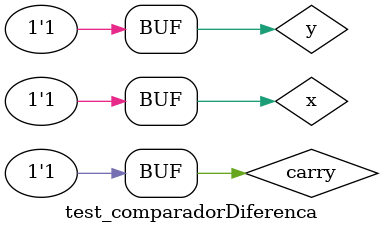
<source format=v>
module comparadorDiferenca (output s,
input a,
input b,
input carry);

wire temp1,temp2,temp3,temp4,temp5;

xnor xnor1 ( temp1,a,b );
xnor xnor2 ( temp2,a,carry );
xnor xnor3 ( temp3,b,carry );
and and1   ( temp4,temp2, temp1 );
and and2   ( temp5,temp4, temp3 );
not not1   ( s, temp5 );

endmodule // comparadorDiferenca
module test_comparadorDiferenca;
// ------------------------- definir dados
reg  x;
reg  y;
reg  carry;
wire diferenca;

comparadorDiferenca fa1 (diferenca,x,y,carry);

// ------------------------- parte principal
initial begin
$display("Exemplo0024 - TIAGO MATTA MACHADO ZAIDAN - 451620");
$display("Test ALUs comparador Diferenca");

x = 0; y = 0; carry = 0;
// projetar testes do modulo
$display("a  b  carry  s  ");
#1 $monitor("%b  %b     %b     %b",x,y,carry,diferenca);

#1 x = 0; y = 0; carry = 1;
#1 x = 0; y = 1; carry = 0;
#1 x = 0; y = 1; carry = 1;
#1 x = 1; y = 0; carry = 0;
#1 x = 1; y = 0; carry = 1;
#1 x = 1; y = 1; carry = 0;
#1 x = 1; y = 1; carry = 1;
end
endmodule // test_comparadorDiferenca
</source>
